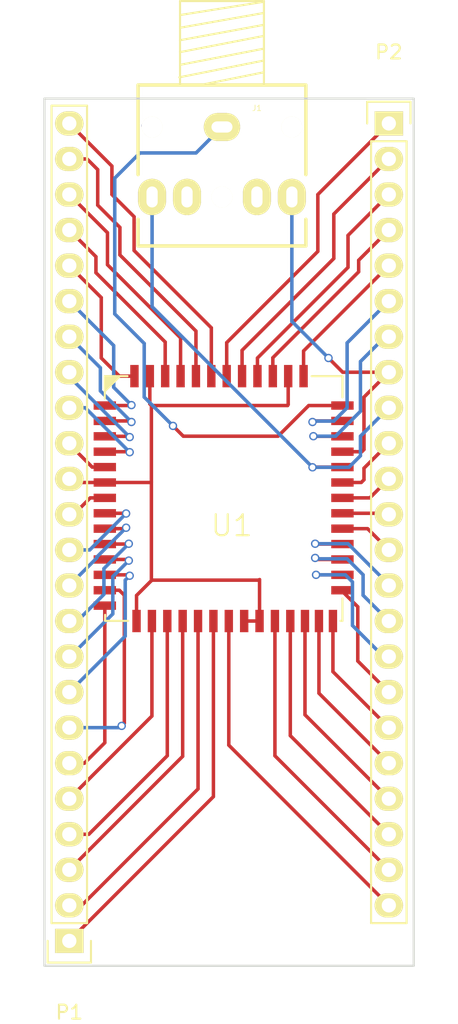
<source format=kicad_pcb>
(kicad_pcb (version 20160815) (host pcbnew 4.1.0-alpha+201608211231+7083~46~ubuntu16.04.1-product)

  (general
    (links 56)
    (no_connects 1)
    (area 66.011667 62.098999 99.088334 135.7325)
    (thickness 1.6)
    (drawings 4)
    (tracks 241)
    (zones 0)
    (modules 4)
    (nets 48)
  )

  (page A4)
  (layers
    (0 F.Cu signal)
    (31 B.Cu signal)
    (32 B.Adhes user)
    (33 F.Adhes user)
    (34 B.Paste user)
    (35 F.Paste user)
    (36 B.SilkS user)
    (37 F.SilkS user)
    (38 B.Mask user)
    (39 F.Mask user)
    (40 Dwgs.User user)
    (41 Cmts.User user)
    (42 Eco1.User user)
    (43 Eco2.User user)
    (44 Edge.Cuts user)
    (45 Margin user)
    (46 B.CrtYd user)
    (47 F.CrtYd user)
    (48 B.Fab user)
    (49 F.Fab user)
  )

  (setup
    (last_trace_width 0.25)
    (trace_clearance 0.2)
    (zone_clearance 0.508)
    (zone_45_only no)
    (trace_min 0.2)
    (segment_width 0.2)
    (edge_width 0.15)
    (via_size 0.6)
    (via_drill 0.4)
    (via_min_size 0.4)
    (via_min_drill 0.3)
    (uvia_size 0.3)
    (uvia_drill 0.1)
    (uvias_allowed no)
    (uvia_min_size 0.2)
    (uvia_min_drill 0.1)
    (pcb_text_width 0.3)
    (pcb_text_size 1.5 1.5)
    (mod_edge_width 0.15)
    (mod_text_size 1 1)
    (mod_text_width 0.15)
    (pad_size 1.524 1.524)
    (pad_drill 0.762)
    (pad_to_mask_clearance 0.2)
    (aux_axis_origin 0 0)
    (visible_elements FFFFFF7F)
    (pcbplotparams
      (layerselection 0x00030_80000001)
      (usegerberextensions false)
      (excludeedgelayer true)
      (linewidth 1.000000)
      (plotframeref false)
      (viasonmask false)
      (mode 1)
      (useauxorigin false)
      (hpglpennumber 1)
      (hpglpenspeed 20)
      (hpglpendiameter 15)
      (psnegative false)
      (psa4output false)
      (plotreference true)
      (plotvalue true)
      (plotinvisibletext false)
      (padsonsilk false)
      (subtractmaskfromsilk false)
      (outputformat 4)
      (mirror false)
      (drillshape 0)
      (scaleselection 1)
      (outputdirectory /home/nail/tmp/plot/))
  )

  (net 0 "")
  (net 1 "Net-(P1-Pad1)")
  (net 2 "Net-(P1-Pad2)")
  (net 3 "Net-(P1-Pad3)")
  (net 4 "Net-(P1-Pad4)")
  (net 5 "Net-(P1-Pad5)")
  (net 6 "Net-(P1-Pad6)")
  (net 7 "Net-(P1-Pad7)")
  (net 8 "Net-(P1-Pad8)")
  (net 9 "Net-(P1-Pad9)")
  (net 10 "Net-(P1-Pad10)")
  (net 11 "Net-(P1-Pad11)")
  (net 12 "Net-(P1-Pad12)")
  (net 13 "Net-(P1-Pad13)")
  (net 14 "Net-(P1-Pad15)")
  (net 15 "Net-(P1-Pad16)")
  (net 16 "Net-(P1-Pad17)")
  (net 17 "Net-(P1-Pad18)")
  (net 18 "Net-(P1-Pad19)")
  (net 19 "Net-(P1-Pad20)")
  (net 20 "Net-(P1-Pad21)")
  (net 21 "Net-(P1-Pad22)")
  (net 22 "Net-(P1-Pad23)")
  (net 23 "Net-(P1-Pad24)")
  (net 24 "Net-(P2-Pad1)")
  (net 25 "Net-(P2-Pad2)")
  (net 26 "Net-(P2-Pad3)")
  (net 27 "Net-(P2-Pad4)")
  (net 28 "Net-(P2-Pad5)")
  (net 29 "Net-(P2-Pad6)")
  (net 30 "Net-(P2-Pad7)")
  (net 31 "Net-(P2-Pad10)")
  (net 32 "Net-(P2-Pad11)")
  (net 33 "Net-(P2-Pad12)")
  (net 34 "Net-(P2-Pad13)")
  (net 35 "Net-(P2-Pad14)")
  (net 36 "Net-(P2-Pad15)")
  (net 37 "Net-(P2-Pad16)")
  (net 38 "Net-(P2-Pad17)")
  (net 39 "Net-(P2-Pad18)")
  (net 40 "Net-(P2-Pad19)")
  (net 41 "Net-(P2-Pad20)")
  (net 42 "Net-(P2-Pad21)")
  (net 43 "Net-(P2-Pad22)")
  (net 44 "Net-(P2-Pad23)")
  (net 45 "Net-(J1-Pad1)")
  (net 46 "Net-(J1-Pad2)")
  (net 47 "Net-(J1-Pad5)")

  (net_class Default "This is the default net class."
    (clearance 0.2)
    (trace_width 0.25)
    (via_dia 0.6)
    (via_drill 0.4)
    (uvia_dia 0.3)
    (uvia_drill 0.1)
    (diff_pair_gap 0.25)
    (diff_pair_width 0.2)
    (add_net "Net-(J1-Pad1)")
    (add_net "Net-(J1-Pad2)")
    (add_net "Net-(J1-Pad5)")
    (add_net "Net-(P1-Pad1)")
    (add_net "Net-(P1-Pad10)")
    (add_net "Net-(P1-Pad11)")
    (add_net "Net-(P1-Pad12)")
    (add_net "Net-(P1-Pad13)")
    (add_net "Net-(P1-Pad15)")
    (add_net "Net-(P1-Pad16)")
    (add_net "Net-(P1-Pad17)")
    (add_net "Net-(P1-Pad18)")
    (add_net "Net-(P1-Pad19)")
    (add_net "Net-(P1-Pad2)")
    (add_net "Net-(P1-Pad20)")
    (add_net "Net-(P1-Pad21)")
    (add_net "Net-(P1-Pad22)")
    (add_net "Net-(P1-Pad23)")
    (add_net "Net-(P1-Pad24)")
    (add_net "Net-(P1-Pad3)")
    (add_net "Net-(P1-Pad4)")
    (add_net "Net-(P1-Pad5)")
    (add_net "Net-(P1-Pad6)")
    (add_net "Net-(P1-Pad7)")
    (add_net "Net-(P1-Pad8)")
    (add_net "Net-(P1-Pad9)")
    (add_net "Net-(P2-Pad1)")
    (add_net "Net-(P2-Pad10)")
    (add_net "Net-(P2-Pad11)")
    (add_net "Net-(P2-Pad12)")
    (add_net "Net-(P2-Pad13)")
    (add_net "Net-(P2-Pad14)")
    (add_net "Net-(P2-Pad15)")
    (add_net "Net-(P2-Pad16)")
    (add_net "Net-(P2-Pad17)")
    (add_net "Net-(P2-Pad18)")
    (add_net "Net-(P2-Pad19)")
    (add_net "Net-(P2-Pad2)")
    (add_net "Net-(P2-Pad20)")
    (add_net "Net-(P2-Pad21)")
    (add_net "Net-(P2-Pad22)")
    (add_net "Net-(P2-Pad23)")
    (add_net "Net-(P2-Pad3)")
    (add_net "Net-(P2-Pad4)")
    (add_net "Net-(P2-Pad5)")
    (add_net "Net-(P2-Pad6)")
    (add_net "Net-(P2-Pad7)")
  )

  (module Pin_Headers:Pin_Header_Straight_1x24 (layer F.Cu) (tedit 0) (tstamp 55EEC136)
    (at 71.12 129.54 180)
    (descr "Through hole pin header")
    (tags "pin header")
    (path /55EEB34C)
    (fp_text reference P1 (at 0 -5.1 180) (layer F.SilkS)
      (effects (font (size 1 1) (thickness 0.15)))
    )
    (fp_text value CONN_01X24 (at 0 -3.1 180) (layer F.Fab)
      (effects (font (size 1 1) (thickness 0.15)))
    )
    (fp_line (start -1.75 -1.75) (end -1.75 60.2) (layer F.CrtYd) (width 0.05))
    (fp_line (start 1.75 -1.75) (end 1.75 60.2) (layer F.CrtYd) (width 0.05))
    (fp_line (start -1.75 -1.75) (end 1.75 -1.75) (layer F.CrtYd) (width 0.05))
    (fp_line (start -1.75 60.2) (end 1.75 60.2) (layer F.CrtYd) (width 0.05))
    (fp_line (start 1.27 1.27) (end 1.27 59.69) (layer F.SilkS) (width 0.15))
    (fp_line (start -1.27 1.27) (end -1.27 59.69) (layer F.SilkS) (width 0.15))
    (fp_line (start -1.27 59.69) (end 1.27 59.69) (layer F.SilkS) (width 0.15))
    (fp_line (start 1.55 -1.55) (end 1.55 0) (layer F.SilkS) (width 0.15))
    (fp_line (start 1.27 1.27) (end -1.27 1.27) (layer F.SilkS) (width 0.15))
    (fp_line (start -1.55 0) (end -1.55 -1.55) (layer F.SilkS) (width 0.15))
    (fp_line (start -1.55 -1.55) (end 1.55 -1.55) (layer F.SilkS) (width 0.15))
    (pad 1 thru_hole rect (at 0 0 180) (size 2.032 1.7272) (drill 1.016) (layers *.Cu *.Mask F.SilkS)
      (net 1 "Net-(P1-Pad1)"))
    (pad 2 thru_hole oval (at 0 2.54 180) (size 2.032 1.7272) (drill 1.016) (layers *.Cu *.Mask F.SilkS)
      (net 2 "Net-(P1-Pad2)"))
    (pad 3 thru_hole oval (at 0 5.08 180) (size 2.032 1.7272) (drill 1.016) (layers *.Cu *.Mask F.SilkS)
      (net 3 "Net-(P1-Pad3)"))
    (pad 4 thru_hole oval (at 0 7.62 180) (size 2.032 1.7272) (drill 1.016) (layers *.Cu *.Mask F.SilkS)
      (net 4 "Net-(P1-Pad4)"))
    (pad 5 thru_hole oval (at 0 10.16 180) (size 2.032 1.7272) (drill 1.016) (layers *.Cu *.Mask F.SilkS)
      (net 5 "Net-(P1-Pad5)"))
    (pad 6 thru_hole oval (at 0 12.7 180) (size 2.032 1.7272) (drill 1.016) (layers *.Cu *.Mask F.SilkS)
      (net 6 "Net-(P1-Pad6)"))
    (pad 7 thru_hole oval (at 0 15.24 180) (size 2.032 1.7272) (drill 1.016) (layers *.Cu *.Mask F.SilkS)
      (net 7 "Net-(P1-Pad7)"))
    (pad 8 thru_hole oval (at 0 17.78 180) (size 2.032 1.7272) (drill 1.016) (layers *.Cu *.Mask F.SilkS)
      (net 8 "Net-(P1-Pad8)"))
    (pad 9 thru_hole oval (at 0 20.32 180) (size 2.032 1.7272) (drill 1.016) (layers *.Cu *.Mask F.SilkS)
      (net 9 "Net-(P1-Pad9)"))
    (pad 10 thru_hole oval (at 0 22.86 180) (size 2.032 1.7272) (drill 1.016) (layers *.Cu *.Mask F.SilkS)
      (net 10 "Net-(P1-Pad10)"))
    (pad 11 thru_hole oval (at 0 25.4 180) (size 2.032 1.7272) (drill 1.016) (layers *.Cu *.Mask F.SilkS)
      (net 11 "Net-(P1-Pad11)"))
    (pad 12 thru_hole oval (at 0 27.94 180) (size 2.032 1.7272) (drill 1.016) (layers *.Cu *.Mask F.SilkS)
      (net 12 "Net-(P1-Pad12)"))
    (pad 13 thru_hole oval (at 0 30.48 180) (size 2.032 1.7272) (drill 1.016) (layers *.Cu *.Mask F.SilkS)
      (net 13 "Net-(P1-Pad13)"))
    (pad 14 thru_hole oval (at 0 33.02 180) (size 2.032 1.7272) (drill 1.016) (layers *.Cu *.Mask F.SilkS)
      (net 45 "Net-(J1-Pad1)"))
    (pad 15 thru_hole oval (at 0 35.56 180) (size 2.032 1.7272) (drill 1.016) (layers *.Cu *.Mask F.SilkS)
      (net 14 "Net-(P1-Pad15)"))
    (pad 16 thru_hole oval (at 0 38.1 180) (size 2.032 1.7272) (drill 1.016) (layers *.Cu *.Mask F.SilkS)
      (net 15 "Net-(P1-Pad16)"))
    (pad 17 thru_hole oval (at 0 40.64 180) (size 2.032 1.7272) (drill 1.016) (layers *.Cu *.Mask F.SilkS)
      (net 16 "Net-(P1-Pad17)"))
    (pad 18 thru_hole oval (at 0 43.18 180) (size 2.032 1.7272) (drill 1.016) (layers *.Cu *.Mask F.SilkS)
      (net 17 "Net-(P1-Pad18)"))
    (pad 19 thru_hole oval (at 0 45.72 180) (size 2.032 1.7272) (drill 1.016) (layers *.Cu *.Mask F.SilkS)
      (net 18 "Net-(P1-Pad19)"))
    (pad 20 thru_hole oval (at 0 48.26 180) (size 2.032 1.7272) (drill 1.016) (layers *.Cu *.Mask F.SilkS)
      (net 19 "Net-(P1-Pad20)"))
    (pad 21 thru_hole oval (at 0 50.8 180) (size 2.032 1.7272) (drill 1.016) (layers *.Cu *.Mask F.SilkS)
      (net 20 "Net-(P1-Pad21)"))
    (pad 22 thru_hole oval (at 0 53.34 180) (size 2.032 1.7272) (drill 1.016) (layers *.Cu *.Mask F.SilkS)
      (net 21 "Net-(P1-Pad22)"))
    (pad 23 thru_hole oval (at 0 55.88 180) (size 2.032 1.7272) (drill 1.016) (layers *.Cu *.Mask F.SilkS)
      (net 22 "Net-(P1-Pad23)"))
    (pad 24 thru_hole oval (at 0 58.42 180) (size 2.032 1.7272) (drill 1.016) (layers *.Cu *.Mask F.SilkS)
      (net 23 "Net-(P1-Pad24)"))
    (model Pin_Headers.3dshapes/Pin_Header_Straight_1x24.wrl
      (at (xyz 0 -1.15 0))
      (scale (xyz 1 1 1))
      (rotate (xyz 0 0 90))
    )
  )

  (module Pin_Headers:Pin_Header_Straight_1x23 (layer F.Cu) (tedit 0) (tstamp 55EEC151)
    (at 93.98 71.12)
    (descr "Through hole pin header")
    (tags "pin header")
    (path /55EEB79C)
    (fp_text reference P2 (at 0 -5.1) (layer F.SilkS)
      (effects (font (size 1 1) (thickness 0.15)))
    )
    (fp_text value CONN_01X23 (at 0 -3.1) (layer F.Fab)
      (effects (font (size 1 1) (thickness 0.15)))
    )
    (fp_line (start -1.75 -1.75) (end -1.75 57.65) (layer F.CrtYd) (width 0.05))
    (fp_line (start 1.75 -1.75) (end 1.75 57.65) (layer F.CrtYd) (width 0.05))
    (fp_line (start -1.75 -1.75) (end 1.75 -1.75) (layer F.CrtYd) (width 0.05))
    (fp_line (start -1.75 57.65) (end 1.75 57.65) (layer F.CrtYd) (width 0.05))
    (fp_line (start -1.27 1.27) (end -1.27 57.15) (layer F.SilkS) (width 0.15))
    (fp_line (start -1.27 57.15) (end 1.27 57.15) (layer F.SilkS) (width 0.15))
    (fp_line (start 1.27 57.15) (end 1.27 1.27) (layer F.SilkS) (width 0.15))
    (fp_line (start 1.55 -1.55) (end 1.55 0) (layer F.SilkS) (width 0.15))
    (fp_line (start 1.27 1.27) (end -1.27 1.27) (layer F.SilkS) (width 0.15))
    (fp_line (start -1.55 0) (end -1.55 -1.55) (layer F.SilkS) (width 0.15))
    (fp_line (start -1.55 -1.55) (end 1.55 -1.55) (layer F.SilkS) (width 0.15))
    (pad 1 thru_hole rect (at 0 0) (size 2.032 1.7272) (drill 1.016) (layers *.Cu *.Mask F.SilkS)
      (net 24 "Net-(P2-Pad1)"))
    (pad 2 thru_hole oval (at 0 2.54) (size 2.032 1.7272) (drill 1.016) (layers *.Cu *.Mask F.SilkS)
      (net 25 "Net-(P2-Pad2)"))
    (pad 3 thru_hole oval (at 0 5.08) (size 2.032 1.7272) (drill 1.016) (layers *.Cu *.Mask F.SilkS)
      (net 26 "Net-(P2-Pad3)"))
    (pad 4 thru_hole oval (at 0 7.62) (size 2.032 1.7272) (drill 1.016) (layers *.Cu *.Mask F.SilkS)
      (net 27 "Net-(P2-Pad4)"))
    (pad 5 thru_hole oval (at 0 10.16) (size 2.032 1.7272) (drill 1.016) (layers *.Cu *.Mask F.SilkS)
      (net 28 "Net-(P2-Pad5)"))
    (pad 6 thru_hole oval (at 0 12.7) (size 2.032 1.7272) (drill 1.016) (layers *.Cu *.Mask F.SilkS)
      (net 29 "Net-(P2-Pad6)"))
    (pad 7 thru_hole oval (at 0 15.24) (size 2.032 1.7272) (drill 1.016) (layers *.Cu *.Mask F.SilkS)
      (net 30 "Net-(P2-Pad7)"))
    (pad 8 thru_hole oval (at 0 17.78) (size 2.032 1.7272) (drill 1.016) (layers *.Cu *.Mask F.SilkS)
      (net 46 "Net-(J1-Pad2)"))
    (pad 9 thru_hole oval (at 0 20.32) (size 2.032 1.7272) (drill 1.016) (layers *.Cu *.Mask F.SilkS)
      (net 47 "Net-(J1-Pad5)"))
    (pad 10 thru_hole oval (at 0 22.86) (size 2.032 1.7272) (drill 1.016) (layers *.Cu *.Mask F.SilkS)
      (net 31 "Net-(P2-Pad10)"))
    (pad 11 thru_hole oval (at 0 25.4) (size 2.032 1.7272) (drill 1.016) (layers *.Cu *.Mask F.SilkS)
      (net 32 "Net-(P2-Pad11)"))
    (pad 12 thru_hole oval (at 0 27.94) (size 2.032 1.7272) (drill 1.016) (layers *.Cu *.Mask F.SilkS)
      (net 33 "Net-(P2-Pad12)"))
    (pad 13 thru_hole oval (at 0 30.48) (size 2.032 1.7272) (drill 1.016) (layers *.Cu *.Mask F.SilkS)
      (net 34 "Net-(P2-Pad13)"))
    (pad 14 thru_hole oval (at 0 33.02) (size 2.032 1.7272) (drill 1.016) (layers *.Cu *.Mask F.SilkS)
      (net 35 "Net-(P2-Pad14)"))
    (pad 15 thru_hole oval (at 0 35.56) (size 2.032 1.7272) (drill 1.016) (layers *.Cu *.Mask F.SilkS)
      (net 36 "Net-(P2-Pad15)"))
    (pad 16 thru_hole oval (at 0 38.1) (size 2.032 1.7272) (drill 1.016) (layers *.Cu *.Mask F.SilkS)
      (net 37 "Net-(P2-Pad16)"))
    (pad 17 thru_hole oval (at 0 40.64) (size 2.032 1.7272) (drill 1.016) (layers *.Cu *.Mask F.SilkS)
      (net 38 "Net-(P2-Pad17)"))
    (pad 18 thru_hole oval (at 0 43.18) (size 2.032 1.7272) (drill 1.016) (layers *.Cu *.Mask F.SilkS)
      (net 39 "Net-(P2-Pad18)"))
    (pad 19 thru_hole oval (at 0 45.72) (size 2.032 1.7272) (drill 1.016) (layers *.Cu *.Mask F.SilkS)
      (net 40 "Net-(P2-Pad19)"))
    (pad 20 thru_hole oval (at 0 48.26) (size 2.032 1.7272) (drill 1.016) (layers *.Cu *.Mask F.SilkS)
      (net 41 "Net-(P2-Pad20)"))
    (pad 21 thru_hole oval (at 0 50.8) (size 2.032 1.7272) (drill 1.016) (layers *.Cu *.Mask F.SilkS)
      (net 42 "Net-(P2-Pad21)"))
    (pad 22 thru_hole oval (at 0 53.34) (size 2.032 1.7272) (drill 1.016) (layers *.Cu *.Mask F.SilkS)
      (net 43 "Net-(P2-Pad22)"))
    (pad 23 thru_hole oval (at 0 55.88) (size 2.032 1.7272) (drill 1.016) (layers *.Cu *.Mask F.SilkS)
      (net 44 "Net-(P2-Pad23)"))
    (model Pin_Headers.3dshapes/Pin_Header_Straight_1x23.wrl
      (at (xyz 0 -1.1 0))
      (scale (xyz 1 1 1))
      (rotate (xyz 0 0 90))
    )
  )

  (module my_modules:SOYO-BT24G03 (layer F.Cu) (tedit 558AC2DE) (tstamp 55EEC18A)
    (at 73.66 106.68)
    (descr 12)
    (path /55EEB2F0)
    (fp_text reference U1 (at 9.08 -6.82) (layer F.SilkS)
      (effects (font (size 1.5 1.5) (thickness 0.15)))
    )
    (fp_text value SOYO-BT24G03 (at 8.62 -8.99) (layer F.Fab)
      (effects (font (size 1.1 1.1) (thickness 0.1)))
    )
    (fp_line (start 0.02 -16.6) (end 0.88 -17.45) (layer F.SilkS) (width 0.15))
    (fp_line (start 0.06 -17.35) (end 0.16 -17.43) (layer F.SilkS) (width 0.15))
    (fp_line (start 0.26 -17.44) (end 0.06 -17.26) (layer F.SilkS) (width 0.15))
    (fp_line (start 0.01 -17.05) (end 0.43 -17.47) (layer F.SilkS) (width 0.15))
    (fp_line (start 0.61 -17.47) (end 0.05 -16.92) (layer F.SilkS) (width 0.15))
    (fp_line (start 0.03 -16.76) (end 0.72 -17.44) (layer F.SilkS) (width 0.15))
    (fp_line (start 0 -16.42) (end 1.04 -17.46) (layer F.SilkS) (width 0.15))
    (fp_line (start 1.62 -17.5) (end 0 -17.5) (layer F.SilkS) (width 0.15))
    (fp_line (start 0 -17.5) (end 0 -15.9) (layer F.SilkS) (width 0.15))
    (fp_line (start 17 -15.98) (end 17 -17.5) (layer F.SilkS) (width 0.15))
    (fp_line (start 17 -17.5) (end 14.8 -17.5) (layer F.SilkS) (width 0.15))
    (fp_line (start 16.86 -0.01) (end 17 -0.01) (layer F.SilkS) (width 0.15))
    (fp_line (start 17 -0.01) (end 17 -1.62) (layer F.SilkS) (width 0.15))
    (fp_line (start 0.02 -0.44) (end 0.02 -0.01) (layer F.SilkS) (width 0.15))
    (fp_line (start 0.02 -0.01) (end 1.68 -0.01) (layer F.SilkS) (width 0.15))
    (pad 39 smd rect (at 14.22 -17.5) (size 0.6 1.6) (layers F.Cu F.Paste F.Mask)
      (net 28 "Net-(P2-Pad5)"))
    (pad 40 smd rect (at 13.12 -17.5) (size 0.6 1.6) (layers F.Cu F.Paste F.Mask)
      (net 45 "Net-(J1-Pad1)"))
    (pad 41 smd rect (at 12.02 -17.5) (size 0.6 1.6) (layers F.Cu F.Paste F.Mask)
      (net 27 "Net-(P2-Pad4)"))
    (pad 42 smd rect (at 10.92 -17.5) (size 0.6 1.6) (layers F.Cu F.Paste F.Mask)
      (net 26 "Net-(P2-Pad3)"))
    (pad 43 smd rect (at 9.82 -17.5) (size 0.6 1.6) (layers F.Cu F.Paste F.Mask)
      (net 25 "Net-(P2-Pad2)"))
    (pad 44 smd rect (at 8.72 -17.5) (size 0.6 1.6) (layers F.Cu F.Paste F.Mask)
      (net 24 "Net-(P2-Pad1)"))
    (pad 45 smd rect (at 7.62 -17.5) (size 0.6 1.6) (layers F.Cu F.Paste F.Mask)
      (net 23 "Net-(P1-Pad24)"))
    (pad 46 smd rect (at 6.52 -17.5) (size 0.6 1.6) (layers F.Cu F.Paste F.Mask)
      (net 22 "Net-(P1-Pad23)"))
    (pad 47 smd rect (at 5.42 -17.5) (size 0.6 1.6) (layers F.Cu F.Paste F.Mask)
      (net 21 "Net-(P1-Pad22)"))
    (pad 48 smd rect (at 4.32 -17.5) (size 0.6 1.6) (layers F.Cu F.Paste F.Mask)
      (net 20 "Net-(P1-Pad21)"))
    (pad 49 smd rect (at 3.22 -17.5) (size 0.6 1.6) (layers F.Cu F.Paste F.Mask)
      (net 45 "Net-(J1-Pad1)"))
    (pad 50 smd rect (at 2.12 -17.5) (size 0.6 1.6) (layers F.Cu F.Paste F.Mask)
      (net 19 "Net-(P1-Pad20)"))
    (pad 52 smd rect (at 16.32 0) (size 0.6 1.6) (layers F.Cu F.Paste F.Mask)
      (net 39 "Net-(P2-Pad18)"))
    (pad 51 smd rect (at 15.32 0) (size 0.6 1.6) (layers F.Cu F.Paste F.Mask)
      (net 40 "Net-(P2-Pad19)"))
    (pad 25 smd rect (at 14.32 0) (size 0.6 1.6) (layers F.Cu F.Paste F.Mask)
      (net 41 "Net-(P2-Pad20)"))
    (pad 24 smd rect (at 13.27 0) (size 0.6 1.6) (layers F.Cu F.Paste F.Mask)
      (net 42 "Net-(P2-Pad21)"))
    (pad 23 smd rect (at 12.17 0) (size 0.6 1.6) (layers F.Cu F.Paste F.Mask)
      (net 43 "Net-(P2-Pad22)"))
    (pad 22 smd rect (at 11.07 0) (size 0.6 1.6) (layers F.Cu F.Paste F.Mask)
      (net 45 "Net-(J1-Pad1)"))
    (pad 21 smd rect (at 9.97 0) (size 0.6 1.6) (layers F.Cu F.Paste F.Mask)
      (net 45 "Net-(J1-Pad1)"))
    (pad 20 smd rect (at 8.87 0) (size 0.6 1.6) (layers F.Cu F.Paste F.Mask)
      (net 44 "Net-(P2-Pad23)"))
    (pad 19 smd rect (at 7.77 0) (size 0.6 1.6) (layers F.Cu F.Paste F.Mask)
      (net 1 "Net-(P1-Pad1)"))
    (pad 18 smd rect (at 6.67 0) (size 0.6 1.6) (layers F.Cu F.Paste F.Mask)
      (net 2 "Net-(P1-Pad2)"))
    (pad 17 smd rect (at 5.57 0) (size 0.6 1.6) (layers F.Cu F.Paste F.Mask)
      (net 3 "Net-(P1-Pad3)"))
    (pad 16 smd rect (at 4.47 0) (size 0.6 1.6) (layers F.Cu F.Paste F.Mask)
      (net 4 "Net-(P1-Pad4)"))
    (pad 15 smd rect (at 3.37 0) (size 0.6 1.6) (layers F.Cu F.Paste F.Mask)
      (net 5 "Net-(P1-Pad5)"))
    (pad 14 smd rect (at 2.27 0) (size 0.6 1.6) (layers F.Cu F.Paste F.Mask)
      (net 45 "Net-(J1-Pad1)"))
    (pad 1 smd rect (at 0 -15.4) (size 1.6 0.6) (layers F.Cu F.Paste F.Mask)
      (net 18 "Net-(P1-Pad19)"))
    (pad 2 smd rect (at 0 -14.3) (size 1.6 0.6) (layers F.Cu F.Paste F.Mask)
      (net 17 "Net-(P1-Pad18)"))
    (pad 3 smd rect (at 0 -13.2) (size 1.6 0.6) (layers F.Cu F.Paste F.Mask)
      (net 16 "Net-(P1-Pad17)"))
    (pad 4 smd rect (at 0 -12.1) (size 1.6 0.6) (layers F.Cu F.Paste F.Mask)
      (net 15 "Net-(P1-Pad16)"))
    (pad 5 smd rect (at 0 -11) (size 1.6 0.6) (layers F.Cu F.Paste F.Mask)
      (net 14 "Net-(P1-Pad15)"))
    (pad 6 smd rect (at 0 -9.9) (size 1.6 0.6) (layers F.Cu F.Paste F.Mask)
      (net 45 "Net-(J1-Pad1)"))
    (pad 7 smd rect (at 0 -8.8) (size 1.6 0.6) (layers F.Cu F.Paste F.Mask)
      (net 13 "Net-(P1-Pad13)"))
    (pad 8 smd rect (at 0 -7.7) (size 1.6 0.6) (layers F.Cu F.Paste F.Mask)
      (net 12 "Net-(P1-Pad12)"))
    (pad 9 smd rect (at 0 -6.6) (size 1.6 0.6) (layers F.Cu F.Paste F.Mask)
      (net 11 "Net-(P1-Pad11)"))
    (pad 10 smd rect (at 0 -5.5) (size 1.6 0.6) (layers F.Cu F.Paste F.Mask)
      (net 10 "Net-(P1-Pad10)"))
    (pad 11 smd rect (at 0 -4.4) (size 1.6 0.6) (layers F.Cu F.Paste F.Mask)
      (net 9 "Net-(P1-Pad9)"))
    (pad 12 smd rect (at 0 -3.3) (size 1.6 0.6) (layers F.Cu F.Paste F.Mask)
      (net 8 "Net-(P1-Pad8)"))
    (pad 13 smd rect (at 0 -2.2) (size 1.6 0.6) (layers F.Cu F.Paste F.Mask)
      (net 7 "Net-(P1-Pad7)"))
    (pad 53 smd rect (at 0 -1.1) (size 1.6 0.6) (layers F.Cu F.Paste F.Mask)
      (net 6 "Net-(P1-Pad6)"))
    (pad 38 smd rect (at 17 -15.4) (size 1.6 0.6) (layers F.Cu F.Paste F.Mask)
      (net 45 "Net-(J1-Pad1)"))
    (pad 37 smd rect (at 17 -14.3) (size 1.6 0.6) (layers F.Cu F.Paste F.Mask)
      (net 29 "Net-(P2-Pad6)"))
    (pad 36 smd rect (at 17 -13.2) (size 1.6 0.6) (layers F.Cu F.Paste F.Mask)
      (net 30 "Net-(P2-Pad7)"))
    (pad 35 smd rect (at 17 -12.1) (size 1.6 0.6) (layers F.Cu F.Paste F.Mask)
      (net 46 "Net-(J1-Pad2)"))
    (pad 34 smd rect (at 17 -11) (size 1.6 0.6) (layers F.Cu F.Paste F.Mask)
      (net 47 "Net-(J1-Pad5)"))
    (pad 33 smd rect (at 17 -9.9) (size 1.6 0.6) (layers F.Cu F.Paste F.Mask)
      (net 31 "Net-(P2-Pad10)"))
    (pad 32 smd rect (at 17 -8.8) (size 1.6 0.6) (layers F.Cu F.Paste F.Mask)
      (net 32 "Net-(P2-Pad11)"))
    (pad 31 smd rect (at 17 -7.7) (size 1.6 0.6) (layers F.Cu F.Paste F.Mask)
      (net 33 "Net-(P2-Pad12)"))
    (pad 30 smd rect (at 17 -6.6) (size 1.6 0.6) (layers F.Cu F.Paste F.Mask)
      (net 34 "Net-(P2-Pad13)"))
    (pad 29 smd rect (at 17 -5.5) (size 1.6 0.6) (layers F.Cu F.Paste F.Mask)
      (net 35 "Net-(P2-Pad14)"))
    (pad 28 smd rect (at 17 -4.4) (size 1.6 0.6) (layers F.Cu F.Paste F.Mask)
      (net 36 "Net-(P2-Pad15)"))
    (pad 27 smd rect (at 17 -3.3) (size 1.6 0.6) (layers F.Cu F.Paste F.Mask)
      (net 37 "Net-(P2-Pad16)"))
    (pad 26 smd rect (at 17 -2.2) (size 1.6 0.6) (layers F.Cu F.Paste F.Mask)
      (net 38 "Net-(P2-Pad17)"))
  )

  (module jacks:3.5mm_stereo_jack_PJ306M (layer F.Cu) (tedit 55784D29) (tstamp 5600F4B1)
    (at 82.042 71.374)
    (path /55EEE911)
    (fp_text reference J1 (at 2.5 -1.35) (layer F.SilkS)
      (effects (font (size 0.39878 0.39878) (thickness 0.0508)))
    )
    (fp_text value jack (at 0 2.35) (layer F.SilkS) hide
      (effects (font (thickness 0.3048)))
    )
    (fp_line (start -1.55 -3) (end 2.95 -3.9) (layer F.SilkS) (width 0.15))
    (fp_line (start 3 -4.75) (end -3.05 -3.55) (layer F.SilkS) (width 0.15))
    (fp_line (start -2.95 -4.45) (end 3 -5.6) (layer F.SilkS) (width 0.15))
    (fp_line (start 2.95 -6.5) (end -3 -5.35) (layer F.SilkS) (width 0.15))
    (fp_line (start -3 -6.2) (end 3 -7.3) (layer F.SilkS) (width 0.15))
    (fp_line (start 3 -8.15) (end -2.95 -7.1) (layer F.SilkS) (width 0.15))
    (fp_line (start 3 -8.95) (end -3 -8) (layer F.SilkS) (width 0.15))
    (fp_line (start -3 -3) (end -3 -9) (layer F.SilkS) (width 0.15))
    (fp_line (start -3 -9) (end 3 -9) (layer F.SilkS) (width 0.15))
    (fp_line (start 3 -9) (end 3 -3) (layer F.SilkS) (width 0.15))
    (fp_line (start -6 3.4) (end -6 -3) (layer F.SilkS) (width 0.25))
    (fp_line (start 6 3.4) (end 6 -3) (layer F.SilkS) (width 0.25))
    (fp_line (start 6 8.5) (end 6 6.6) (layer F.SilkS) (width 0.25))
    (fp_line (start -6 8.5) (end -6 6.6) (layer F.SilkS) (width 0.25))
    (fp_line (start 6 8.5) (end -6 8.5) (layer F.SilkS) (width 0.25))
    (fp_line (start -6 -3) (end 6 -3) (layer F.SilkS) (width 0.25))
    (pad 1 thru_hole oval (at 0 0) (size 2.6 2) (drill oval 1.5 0.8) (layers *.Cu *.Mask F.SilkS)
      (net 45 "Net-(J1-Pad1)"))
    (pad 2 thru_hole oval (at 5 5) (size 2 2.6) (drill oval 0.8 1.5) (layers *.Cu *.Mask F.SilkS)
      (net 46 "Net-(J1-Pad2)"))
    (pad 3 thru_hole oval (at 2.5 5) (size 2 2.6) (drill oval 0.8 1.5) (layers *.Cu *.Mask F.SilkS))
    (pad 5 thru_hole oval (at -5 5) (size 2 2.6) (drill oval 0.8 1.5) (layers *.Cu *.Mask F.SilkS)
      (net 47 "Net-(J1-Pad5)"))
    (pad 4 thru_hole oval (at -2.5 5) (size 2 2.6) (drill oval 0.8 1.5) (layers *.Cu *.Mask F.SilkS))
    (pad "" np_thru_hole circle (at 0 5) (size 1.5 1.5) (drill 1.5) (layers *.Cu *.Mask F.SilkS))
    (pad "" np_thru_hole circle (at 5 0) (size 1.5 1.5) (drill 1.5) (layers *.Cu *.Mask F.SilkS))
    (pad "" np_thru_hole circle (at -5 0) (size 1.5 1.5) (drill 1.5) (layers *.Cu *.Mask F.SilkS))
  )

  (gr_line (start 69.342 131.318) (end 69.342 69.342) (angle 90) (layer Edge.Cuts) (width 0.15))
  (gr_line (start 95.758 69.342) (end 95.758 131.318) (angle 90) (layer Edge.Cuts) (width 0.15))
  (gr_line (start 69.342 69.342) (end 95.758 69.342) (angle 90) (layer Edge.Cuts) (width 0.15))
  (gr_line (start 95.758 131.318) (end 69.342 131.318) (angle 90) (layer Edge.Cuts) (width 0.15))

  (segment (start 76.581 71.3105) (end 76.7715 71.12) (width 0.25) (layer F.Cu) (net 0) (tstamp 55F2974B))
  (via (at 76.581 71.3105) (size 0.6) (drill 0.4) (layers F.Cu B.Cu) (net 0))
  (segment (start 81.43 106.68) (end 81.43 119.23) (width 0.25) (layer F.Cu) (net 1))
  (segment (start 81.43 119.23) (end 71.12 129.54) (width 0.25) (layer F.Cu) (net 1) (tstamp 55F297F2))
  (segment (start 71.12 127) (end 72.009 127) (width 0.25) (layer F.Cu) (net 2))
  (segment (start 72.009 127) (end 80.33 118.679) (width 0.25) (layer F.Cu) (net 2) (tstamp 55F297ED))
  (segment (start 80.33 118.679) (end 80.33 106.68) (width 0.25) (layer F.Cu) (net 2) (tstamp 55F297EE))
  (segment (start 79.23 106.68) (end 79.23 116.35) (width 0.25) (layer F.Cu) (net 3))
  (segment (start 79.23 116.35) (end 71.12 124.46) (width 0.25) (layer F.Cu) (net 3) (tstamp 55F297E9))
  (segment (start 71.12 121.92) (end 72.517 121.92) (width 0.25) (layer F.Cu) (net 4))
  (segment (start 78.13 116.307) (end 78.13 106.68) (width 0.25) (layer F.Cu) (net 4) (tstamp 55F297E5))
  (segment (start 72.517 121.92) (end 78.13 116.307) (width 0.25) (layer F.Cu) (net 4) (tstamp 55F297E3))
  (segment (start 77.03 106.68) (end 77.03 113.47) (width 0.25) (layer F.Cu) (net 5))
  (segment (start 77.03 113.47) (end 71.12 119.38) (width 0.25) (layer F.Cu) (net 5) (tstamp 55F297DF))
  (segment (start 71.12 116.84) (end 72.1995 116.84) (width 0.25) (layer F.Cu) (net 6))
  (segment (start 72.1995 116.84) (end 73.66 115.3795) (width 0.25) (layer F.Cu) (net 6) (tstamp 55F297D1))
  (segment (start 73.66 105.58) (end 73.66 115.3795) (width 0.25) (layer F.Cu) (net 6))
  (segment (start 71.12 114.3) (end 74.7395 114.3) (width 0.25) (layer B.Cu) (net 7))
  (segment (start 74.6985 104.48) (end 73.66 104.48) (width 0.25) (layer F.Cu) (net 7) (tstamp 55F297DC))
  (segment (start 75.057 104.8385) (end 74.6985 104.48) (width 0.25) (layer F.Cu) (net 7) (tstamp 55F297DB))
  (segment (start 75.057 113.9825) (end 75.057 104.8385) (width 0.25) (layer F.Cu) (net 7) (tstamp 55F297DA))
  (segment (start 74.8665 114.173) (end 75.057 113.9825) (width 0.25) (layer F.Cu) (net 7) (tstamp 55F297D9))
  (via (at 74.8665 114.173) (size 0.6) (drill 0.4) (layers F.Cu B.Cu) (net 7))
  (segment (start 74.7395 114.3) (end 74.8665 114.173) (width 0.25) (layer B.Cu) (net 7) (tstamp 55F297D7))
  (segment (start 73.66 103.38) (end 75.3765 103.38) (width 0.25) (layer F.Cu) (net 8))
  (segment (start 75.1205 107.7595) (end 71.12 111.76) (width 0.25) (layer B.Cu) (net 8) (tstamp 55F297C8))
  (segment (start 75.1205 103.759) (end 75.1205 107.7595) (width 0.25) (layer B.Cu) (net 8) (tstamp 55F297C7))
  (segment (start 75.438 103.4415) (end 75.1205 103.759) (width 0.25) (layer B.Cu) (net 8) (tstamp 55F297C6))
  (via (at 75.438 103.4415) (size 0.6) (drill 0.4) (layers F.Cu B.Cu) (net 8))
  (segment (start 75.3765 103.38) (end 75.438 103.4415) (width 0.25) (layer F.Cu) (net 8) (tstamp 55F297C4))
  (segment (start 73.66 102.28) (end 75.2925 102.28) (width 0.25) (layer F.Cu) (net 9))
  (segment (start 74.2315 106.172) (end 71.1835 109.22) (width 0.25) (layer B.Cu) (net 9) (tstamp 55F297BF))
  (segment (start 74.2315 103.505) (end 74.2315 106.172) (width 0.25) (layer B.Cu) (net 9) (tstamp 55F297BE))
  (segment (start 75.3745 102.362) (end 74.2315 103.505) (width 0.25) (layer B.Cu) (net 9) (tstamp 55F297BD))
  (via (at 75.3745 102.362) (size 0.6) (drill 0.4) (layers F.Cu B.Cu) (net 9))
  (segment (start 75.2925 102.28) (end 75.3745 102.362) (width 0.25) (layer F.Cu) (net 9) (tstamp 55F297BB))
  (segment (start 71.1835 109.22) (end 71.12 109.22) (width 0.25) (layer B.Cu) (net 9) (tstamp 55F297C1))
  (segment (start 71.12 106.68) (end 71.6915 106.68) (width 0.25) (layer B.Cu) (net 10))
  (segment (start 71.6915 106.68) (end 73.5965 104.775) (width 0.25) (layer B.Cu) (net 10) (tstamp 55F297B1))
  (segment (start 73.5965 104.775) (end 73.5965 102.9335) (width 0.25) (layer B.Cu) (net 10) (tstamp 55F297B2))
  (segment (start 73.5965 102.9335) (end 75.3745 101.1555) (width 0.25) (layer B.Cu) (net 10) (tstamp 55F297B4))
  (via (at 75.3745 101.1555) (size 0.6) (drill 0.4) (layers F.Cu B.Cu) (net 10))
  (segment (start 75.3745 101.1555) (end 75.35 101.18) (width 0.25) (layer F.Cu) (net 10) (tstamp 55F297B7))
  (segment (start 75.35 101.18) (end 73.66 101.18) (width 0.25) (layer F.Cu) (net 10) (tstamp 55F297B8))
  (segment (start 73.66 100.08) (end 75.1165 100.08) (width 0.25) (layer F.Cu) (net 11))
  (segment (start 73.0885 102.1715) (end 71.12 104.14) (width 0.25) (layer B.Cu) (net 11) (tstamp 55F297AE))
  (segment (start 73.0885 102.108) (end 73.0885 102.1715) (width 0.25) (layer B.Cu) (net 11) (tstamp 55F297AC))
  (segment (start 75.184 100.0125) (end 73.0885 102.108) (width 0.25) (layer B.Cu) (net 11) (tstamp 55F297AB))
  (via (at 75.184 100.0125) (size 0.6) (drill 0.4) (layers F.Cu B.Cu) (net 11))
  (segment (start 75.1165 100.08) (end 75.184 100.0125) (width 0.25) (layer F.Cu) (net 11) (tstamp 55F297A9))
  (segment (start 71.12 101.6) (end 72.5805 101.6) (width 0.25) (layer B.Cu) (net 12))
  (segment (start 75.1675 98.98) (end 73.66 98.98) (width 0.25) (layer F.Cu) (net 12) (tstamp 55F297A6))
  (segment (start 75.184 98.9965) (end 75.1675 98.98) (width 0.25) (layer F.Cu) (net 12) (tstamp 55F297A5))
  (via (at 75.184 98.9965) (size 0.6) (drill 0.4) (layers F.Cu B.Cu) (net 12))
  (segment (start 72.5805 101.6) (end 75.184 98.9965) (width 0.25) (layer B.Cu) (net 12) (tstamp 55F297A2))
  (segment (start 71.12 99.06) (end 71.4375 99.06) (width 0.25) (layer F.Cu) (net 13))
  (segment (start 71.4375 99.06) (end 72.6175 97.88) (width 0.25) (layer F.Cu) (net 13) (tstamp 55F2979C))
  (segment (start 72.6175 97.88) (end 73.66 97.88) (width 0.25) (layer F.Cu) (net 13) (tstamp 55F2979D))
  (segment (start 71.12 93.98) (end 71.12 94.0435) (width 0.25) (layer F.Cu) (net 14))
  (segment (start 71.12 94.0435) (end 72.7565 95.68) (width 0.25) (layer F.Cu) (net 14) (tstamp 55F2971D))
  (segment (start 72.7565 95.68) (end 73.66 95.68) (width 0.25) (layer F.Cu) (net 14) (tstamp 55F2971E))
  (segment (start 73.66 94.58) (end 75.403 94.58) (width 0.25) (layer F.Cu) (net 15))
  (segment (start 72.263 91.44) (end 71.12 91.44) (width 0.25) (layer B.Cu) (net 15) (tstamp 55F29724))
  (segment (start 75.438 94.615) (end 72.263 91.44) (width 0.25) (layer B.Cu) (net 15) (tstamp 55F29723))
  (via (at 75.438 94.615) (size 0.6) (drill 0.4) (layers F.Cu B.Cu) (net 15))
  (segment (start 75.403 94.58) (end 75.438 94.615) (width 0.25) (layer F.Cu) (net 15) (tstamp 55F29721))
  (segment (start 73.66 93.48) (end 75.3825 93.48) (width 0.25) (layer F.Cu) (net 16))
  (segment (start 75.438 93.5355) (end 71.12 89.2175) (width 0.25) (layer B.Cu) (net 16) (tstamp 55F2972A))
  (via (at 75.438 93.5355) (size 0.6) (drill 0.4) (layers F.Cu B.Cu) (net 16))
  (segment (start 75.3825 93.48) (end 75.438 93.5355) (width 0.25) (layer F.Cu) (net 16) (tstamp 55F29728))
  (segment (start 71.12 89.2175) (end 71.12 88.9) (width 0.25) (layer B.Cu) (net 16) (tstamp 55F2972B))
  (segment (start 73.66 92.38) (end 75.489 92.38) (width 0.25) (layer F.Cu) (net 17))
  (segment (start 73.3425 88.5825) (end 71.12 86.36) (width 0.25) (layer B.Cu) (net 17) (tstamp 55F29733))
  (segment (start 73.3425 90.2335) (end 73.3425 88.5825) (width 0.25) (layer B.Cu) (net 17) (tstamp 55F29731))
  (segment (start 75.565 92.456) (end 73.3425 90.2335) (width 0.25) (layer B.Cu) (net 17) (tstamp 55F29730))
  (via (at 75.565 92.456) (size 0.6) (drill 0.4) (layers F.Cu B.Cu) (net 17))
  (segment (start 75.489 92.38) (end 75.565 92.456) (width 0.25) (layer F.Cu) (net 17) (tstamp 55F2972E))
  (segment (start 73.66 91.28) (end 75.5345 91.28) (width 0.25) (layer F.Cu) (net 18))
  (segment (start 74.295 86.995) (end 71.12 83.82) (width 0.25) (layer B.Cu) (net 18) (tstamp 55F2973C))
  (segment (start 74.295 89.9795) (end 74.295 86.995) (width 0.25) (layer B.Cu) (net 18) (tstamp 55F2973A))
  (segment (start 75.565 91.2495) (end 74.295 89.9795) (width 0.25) (layer B.Cu) (net 18) (tstamp 55F29739))
  (via (at 75.565 91.2495) (size 0.6) (drill 0.4) (layers F.Cu B.Cu) (net 18))
  (segment (start 75.5345 91.28) (end 75.565 91.2495) (width 0.25) (layer F.Cu) (net 18) (tstamp 55F29737))
  (segment (start 75.78 89.18) (end 74.702 89.18) (width 0.25) (layer F.Cu) (net 19))
  (segment (start 73.406 87.884) (end 73.406 83.566) (width 0.25) (layer F.Cu) (net 19) (tstamp 5600F4D8))
  (segment (start 74.702 89.18) (end 73.406 87.884) (width 0.25) (layer F.Cu) (net 19) (tstamp 5600F4D6))
  (segment (start 73.406 83.566) (end 71.12 81.28) (width 0.25) (layer F.Cu) (net 19) (tstamp 5600F4DC))
  (segment (start 77.98 89.18) (end 77.98 86.743) (width 0.25) (layer F.Cu) (net 20))
  (segment (start 73.025 80.645) (end 71.12 78.74) (width 0.25) (layer F.Cu) (net 20) (tstamp 55F2976E))
  (segment (start 73.025 81.788) (end 73.025 80.645) (width 0.25) (layer F.Cu) (net 20) (tstamp 55F2976C))
  (segment (start 77.98 86.743) (end 73.025 81.788) (width 0.25) (layer F.Cu) (net 20) (tstamp 55F2976A))
  (segment (start 79.08 89.18) (end 79.08 86.446) (width 0.25) (layer F.Cu) (net 21))
  (segment (start 73.8505 81.2165) (end 73.8505 78.9305) (width 0.25) (layer F.Cu) (net 21) (tstamp 55F29774))
  (segment (start 79.08 86.446) (end 73.8505 81.2165) (width 0.25) (layer F.Cu) (net 21) (tstamp 55F29772))
  (segment (start 73.8505 78.9305) (end 71.12 76.2) (width 0.25) (layer F.Cu) (net 21) (tstamp 55F29778))
  (segment (start 71.12 73.66) (end 72.39 73.66) (width 0.25) (layer F.Cu) (net 22))
  (segment (start 73.152 76.962) (end 74.7395 78.5495) (width 0.25) (layer F.Cu) (net 22) (tstamp 5600F4EF))
  (segment (start 73.152 74.422) (end 73.152 76.962) (width 0.25) (layer F.Cu) (net 22) (tstamp 5600F4EE))
  (segment (start 72.39 73.66) (end 73.152 74.422) (width 0.25) (layer F.Cu) (net 22) (tstamp 5600F4ED))
  (segment (start 80.18 89.18) (end 80.18 85.9585) (width 0.25) (layer F.Cu) (net 22))
  (segment (start 74.7395 80.518) (end 74.7395 78.5495) (width 0.25) (layer F.Cu) (net 22) (tstamp 55F2977C))
  (segment (start 80.18 85.9585) (end 74.7395 80.518) (width 0.25) (layer F.Cu) (net 22) (tstamp 55F2977A))
  (segment (start 71.12 71.12) (end 74.168 74.168) (width 0.25) (layer F.Cu) (net 23))
  (segment (start 75.7555 78.232) (end 75.7555 77.7875) (width 0.25) (layer F.Cu) (net 23))
  (segment (start 75.7555 77.7875) (end 74.168 76.2) (width 0.25) (layer F.Cu) (net 23) (tstamp 5600F4F8))
  (segment (start 74.168 76.2) (end 74.168 74.168) (width 0.25) (layer F.Cu) (net 23) (tstamp 5600F4F9))
  (segment (start 81.28 85.725) (end 81.28 89.18) (width 0.25) (layer F.Cu) (net 23) (tstamp 55F29788))
  (segment (start 75.7555 80.2005) (end 81.28 85.725) (width 0.25) (layer F.Cu) (net 23) (tstamp 55F29786))
  (segment (start 75.7555 78.232) (end 75.7555 80.2005) (width 0.25) (layer F.Cu) (net 23) (tstamp 5600F4F6))
  (segment (start 82.38 89.18) (end 82.38 86.784) (width 0.25) (layer F.Cu) (net 24))
  (segment (start 88.9 80.264) (end 88.9 76.2) (width 0.25) (layer F.Cu) (net 24) (tstamp 55F29832))
  (segment (start 82.38 86.784) (end 88.9 80.264) (width 0.25) (layer F.Cu) (net 24) (tstamp 55F29830))
  (segment (start 88.9 76.2) (end 93.98 71.12) (width 0.25) (layer F.Cu) (net 24) (tstamp 55F29836))
  (segment (start 83.48 89.18) (end 83.48 87.335) (width 0.25) (layer F.Cu) (net 25))
  (segment (start 90.043 80.772) (end 90.043 77.597) (width 0.25) (layer F.Cu) (net 25) (tstamp 55F2982A))
  (segment (start 83.48 87.335) (end 90.043 80.772) (width 0.25) (layer F.Cu) (net 25) (tstamp 55F29828))
  (segment (start 90.043 77.597) (end 93.98 73.66) (width 0.25) (layer F.Cu) (net 25) (tstamp 55F2982E))
  (segment (start 84.58 89.18) (end 84.58 87.886) (width 0.25) (layer F.Cu) (net 26))
  (segment (start 91.059 81.407) (end 91.059 79.121) (width 0.25) (layer F.Cu) (net 26) (tstamp 55F29822))
  (segment (start 84.58 87.886) (end 91.059 81.407) (width 0.25) (layer F.Cu) (net 26) (tstamp 55F29820))
  (segment (start 91.059 79.121) (end 93.98 76.2) (width 0.25) (layer F.Cu) (net 26) (tstamp 55F29826))
  (segment (start 85.68 89.18) (end 85.68 87.8655) (width 0.25) (layer F.Cu) (net 27))
  (segment (start 91.821 80.899) (end 93.98 78.74) (width 0.25) (layer F.Cu) (net 27) (tstamp 55F2981D))
  (segment (start 91.821 81.7245) (end 91.821 80.899) (width 0.25) (layer F.Cu) (net 27) (tstamp 55F2981B))
  (segment (start 85.68 87.8655) (end 91.821 81.7245) (width 0.25) (layer F.Cu) (net 27) (tstamp 55F29819))
  (segment (start 93.98 78.74) (end 93.7895 78.74) (width 0.25) (layer F.Cu) (net 27))
  (segment (start 87.88 89.18) (end 87.88 87.38) (width 0.25) (layer F.Cu) (net 28))
  (segment (start 87.88 87.38) (end 93.98 81.28) (width 0.25) (layer F.Cu) (net 28) (tstamp 55F296DC))
  (segment (start 90.66 92.38) (end 88.595 92.38) (width 0.25) (layer F.Cu) (net 29))
  (segment (start 90.9955 86.8045) (end 93.98 83.82) (width 0.25) (layer B.Cu) (net 29) (tstamp 55F296D4))
  (segment (start 90.9955 91.44) (end 90.9955 86.8045) (width 0.25) (layer B.Cu) (net 29) (tstamp 55F296D3))
  (segment (start 90.043 92.3925) (end 90.9955 91.44) (width 0.25) (layer B.Cu) (net 29) (tstamp 55F296D1))
  (segment (start 88.5825 92.3925) (end 90.043 92.3925) (width 0.25) (layer B.Cu) (net 29) (tstamp 55F296D0))
  (segment (start 88.519 92.456) (end 88.5825 92.3925) (width 0.25) (layer B.Cu) (net 29) (tstamp 55F296CF))
  (via (at 88.519 92.456) (size 0.6) (drill 0.4) (layers F.Cu B.Cu) (net 29))
  (segment (start 88.595 92.38) (end 88.519 92.456) (width 0.25) (layer F.Cu) (net 29) (tstamp 55F296CD))
  (segment (start 93.98 86.36) (end 93.726 86.36) (width 0.25) (layer B.Cu) (net 30))
  (segment (start 93.726 86.36) (end 91.948 88.138) (width 0.25) (layer B.Cu) (net 30) (tstamp 55F296C1))
  (segment (start 91.948 88.138) (end 91.948 91.694) (width 0.25) (layer B.Cu) (net 30) (tstamp 55F296C2))
  (segment (start 91.948 91.694) (end 90.17 93.472) (width 0.25) (layer B.Cu) (net 30) (tstamp 55F296C4))
  (segment (start 90.17 93.472) (end 88.5825 93.472) (width 0.25) (layer B.Cu) (net 30) (tstamp 55F296C6))
  (via (at 88.5825 93.472) (size 0.6) (drill 0.4) (layers F.Cu B.Cu) (net 30))
  (segment (start 88.5825 93.472) (end 88.5905 93.48) (width 0.25) (layer F.Cu) (net 30) (tstamp 55F296C9))
  (segment (start 88.5905 93.48) (end 90.66 93.48) (width 0.25) (layer F.Cu) (net 30) (tstamp 55F296CA))
  (segment (start 90.66 96.78) (end 92.0055 96.78) (width 0.25) (layer F.Cu) (net 31))
  (segment (start 92.202 95.758) (end 93.98 93.98) (width 0.25) (layer F.Cu) (net 31) (tstamp 55F296AF))
  (segment (start 92.202 96.5835) (end 92.202 95.758) (width 0.25) (layer F.Cu) (net 31) (tstamp 55F296AE))
  (segment (start 92.0055 96.78) (end 92.202 96.5835) (width 0.25) (layer F.Cu) (net 31) (tstamp 55F296AD))
  (segment (start 90.66 97.88) (end 92.62 97.88) (width 0.25) (layer F.Cu) (net 32))
  (segment (start 92.62 97.88) (end 93.98 96.52) (width 0.25) (layer F.Cu) (net 32) (tstamp 55F29666))
  (segment (start 90.66 98.98) (end 93.9 98.98) (width 0.25) (layer F.Cu) (net 33))
  (segment (start 93.9 98.98) (end 93.98 99.06) (width 0.25) (layer F.Cu) (net 33) (tstamp 55F2966A))
  (segment (start 90.66 100.08) (end 92.46 100.08) (width 0.25) (layer F.Cu) (net 34))
  (segment (start 92.46 100.08) (end 93.98 101.6) (width 0.25) (layer F.Cu) (net 34) (tstamp 55F2966D))
  (segment (start 93.98 104.14) (end 93.98 104.0765) (width 0.25) (layer B.Cu) (net 35))
  (segment (start 93.98 104.0765) (end 91.059 101.1555) (width 0.25) (layer B.Cu) (net 35) (tstamp 55F29681))
  (segment (start 91.059 101.1555) (end 88.7095 101.1555) (width 0.25) (layer B.Cu) (net 35) (tstamp 55F29682))
  (via (at 88.7095 101.1555) (size 0.6) (drill 0.4) (layers F.Cu B.Cu) (net 35))
  (segment (start 88.7095 101.1555) (end 88.734 101.18) (width 0.25) (layer F.Cu) (net 35) (tstamp 55F29685))
  (segment (start 88.734 101.18) (end 90.66 101.18) (width 0.25) (layer F.Cu) (net 35) (tstamp 55F29686))
  (segment (start 90.66 102.28) (end 88.818 102.28) (width 0.25) (layer F.Cu) (net 36))
  (segment (start 92.1385 104.8385) (end 93.98 106.68) (width 0.25) (layer B.Cu) (net 36) (tstamp 55F29691))
  (segment (start 92.1385 103.378) (end 92.1385 104.8385) (width 0.25) (layer B.Cu) (net 36) (tstamp 55F2968F))
  (segment (start 90.9955 102.235) (end 92.1385 103.378) (width 0.25) (layer B.Cu) (net 36) (tstamp 55F2968D))
  (segment (start 88.773 102.235) (end 90.9955 102.235) (width 0.25) (layer B.Cu) (net 36) (tstamp 55F2968C))
  (segment (start 88.7095 102.1715) (end 88.773 102.235) (width 0.25) (layer B.Cu) (net 36) (tstamp 55F2968B))
  (via (at 88.7095 102.1715) (size 0.6) (drill 0.4) (layers F.Cu B.Cu) (net 36))
  (segment (start 88.818 102.28) (end 88.7095 102.1715) (width 0.25) (layer F.Cu) (net 36) (tstamp 55F29689))
  (segment (start 93.98 109.22) (end 93.599 109.22) (width 0.25) (layer B.Cu) (net 37))
  (segment (start 93.599 109.22) (end 91.3765 106.9975) (width 0.25) (layer B.Cu) (net 37) (tstamp 55F29695))
  (segment (start 91.3765 106.9975) (end 91.3765 103.886) (width 0.25) (layer B.Cu) (net 37) (tstamp 55F29696))
  (segment (start 91.3765 103.886) (end 90.8685 103.378) (width 0.25) (layer B.Cu) (net 37) (tstamp 55F29698))
  (segment (start 90.8685 103.378) (end 88.773 103.378) (width 0.25) (layer B.Cu) (net 37) (tstamp 55F29699))
  (via (at 88.773 103.378) (size 0.6) (drill 0.4) (layers F.Cu B.Cu) (net 37))
  (segment (start 88.773 103.378) (end 88.775 103.38) (width 0.25) (layer F.Cu) (net 37) (tstamp 55F2969B))
  (segment (start 88.775 103.38) (end 90.66 103.38) (width 0.25) (layer F.Cu) (net 37) (tstamp 55F2969C))
  (segment (start 90.66 104.48) (end 90.66 104.5665) (width 0.25) (layer F.Cu) (net 38))
  (segment (start 90.66 104.5665) (end 91.7575 105.664) (width 0.25) (layer F.Cu) (net 38) (tstamp 55F296A6))
  (segment (start 91.7575 105.664) (end 91.7575 109.5375) (width 0.25) (layer F.Cu) (net 38) (tstamp 55F296A7))
  (segment (start 91.7575 109.5375) (end 93.98 111.76) (width 0.25) (layer F.Cu) (net 38) (tstamp 55F296A9))
  (segment (start 89.98 106.68) (end 89.98 110.3) (width 0.25) (layer F.Cu) (net 39))
  (segment (start 89.98 110.3) (end 93.98 114.3) (width 0.25) (layer F.Cu) (net 39) (tstamp 55F2980C))
  (segment (start 88.98 106.68) (end 88.98 111.84) (width 0.25) (layer F.Cu) (net 40))
  (segment (start 88.98 111.84) (end 93.98 116.84) (width 0.25) (layer F.Cu) (net 40) (tstamp 55F29808))
  (segment (start 87.98 106.68) (end 87.98 113.38) (width 0.25) (layer F.Cu) (net 41))
  (segment (start 87.98 113.38) (end 93.98 119.38) (width 0.25) (layer F.Cu) (net 41) (tstamp 55F29804))
  (segment (start 86.93 106.68) (end 86.93 114.87) (width 0.25) (layer F.Cu) (net 42))
  (segment (start 86.93 114.87) (end 93.98 121.92) (width 0.25) (layer F.Cu) (net 42) (tstamp 55F29800))
  (segment (start 85.83 106.68) (end 85.83 116.31) (width 0.25) (layer F.Cu) (net 43))
  (segment (start 85.83 116.31) (end 93.98 124.46) (width 0.25) (layer F.Cu) (net 43) (tstamp 55F297FC))
  (segment (start 82.53 106.68) (end 82.53 115.55) (width 0.25) (layer F.Cu) (net 44))
  (segment (start 82.53 115.55) (end 93.98 127) (width 0.25) (layer F.Cu) (net 44) (tstamp 55F297F6))
  (segment (start 90.66 91.28) (end 88.2472 91.28) (width 0.25) (layer F.Cu) (net 45) (status 400000))
  (segment (start 80.1878 73.2282) (end 82.042 71.374) (width 0.25) (layer B.Cu) (net 45) (tstamp 57E8C4F3) (status 800000))
  (segment (start 76.1746 73.2282) (end 80.1878 73.2282) (width 0.25) (layer B.Cu) (net 45) (tstamp 57E8C4F1))
  (segment (start 74.3712 75.0316) (end 76.1746 73.2282) (width 0.25) (layer B.Cu) (net 45) (tstamp 57E8C4EF))
  (segment (start 74.3712 84.7344) (end 74.3712 75.0316) (width 0.25) (layer B.Cu) (net 45) (tstamp 57E8C4ED))
  (segment (start 76.4794 86.8426) (end 74.3712 84.7344) (width 0.25) (layer B.Cu) (net 45) (tstamp 57E8C4EB))
  (segment (start 76.4794 90.678) (end 76.4794 86.8426) (width 0.25) (layer B.Cu) (net 45) (tstamp 57E8C4E9))
  (segment (start 78.5368 92.7354) (end 76.4794 90.678) (width 0.25) (layer B.Cu) (net 45) (tstamp 57E8C4E8))
  (via (at 78.5368 92.7354) (size 0.6) (drill 0.4) (layers F.Cu B.Cu) (net 45))
  (segment (start 79.2734 93.472) (end 78.5368 92.7354) (width 0.25) (layer F.Cu) (net 45) (tstamp 57E8C4E4))
  (segment (start 86.0552 93.472) (end 79.2734 93.472) (width 0.25) (layer F.Cu) (net 45) (tstamp 57E8C4E2))
  (segment (start 88.2472 91.28) (end 86.0552 93.472) (width 0.25) (layer F.Cu) (net 45) (tstamp 57E8C4DF))
  (segment (start 83.63 106.68) (end 84.73 106.68) (width 0.25) (layer F.Cu) (net 45))
  (segment (start 84.73 106.68) (end 84.73 103.7165) (width 0.25) (layer F.Cu) (net 45))
  (segment (start 84.6875 103.759) (end 76.9925 103.759) (width 0.25) (layer F.Cu) (net 45) (tstamp 55F29797))
  (segment (start 84.73 103.7165) (end 84.6875 103.759) (width 0.25) (layer F.Cu) (net 45) (tstamp 55F29796))
  (segment (start 76.9925 96.7435) (end 76.9925 103.759) (width 0.25) (layer F.Cu) (net 45))
  (segment (start 76.9925 103.759) (end 76.9925 103.792) (width 0.25) (layer F.Cu) (net 45) (tstamp 55F2979A))
  (segment (start 75.93 104.8545) (end 75.93 106.68) (width 0.25) (layer F.Cu) (net 45) (tstamp 55F2978E))
  (segment (start 76.9925 103.792) (end 75.93 104.8545) (width 0.25) (layer F.Cu) (net 45) (tstamp 55F2978C))
  (segment (start 73.66 96.78) (end 71.38 96.78) (width 0.25) (layer F.Cu) (net 45))
  (segment (start 71.38 96.78) (end 71.12 96.52) (width 0.25) (layer F.Cu) (net 45) (tstamp 55F2971A))
  (segment (start 76.9925 91.28) (end 76.9925 96.7435) (width 0.25) (layer F.Cu) (net 45))
  (segment (start 76.956 96.78) (end 73.66 96.78) (width 0.25) (layer F.Cu) (net 45) (tstamp 55F29717))
  (segment (start 76.9925 96.7435) (end 76.956 96.78) (width 0.25) (layer F.Cu) (net 45) (tstamp 55F29716))
  (segment (start 86.741 91.28) (end 76.9925 91.28) (width 0.25) (layer F.Cu) (net 45))
  (segment (start 76.88 91.1675) (end 76.88 89.18) (width 0.25) (layer F.Cu) (net 45) (tstamp 55F29712))
  (segment (start 76.9925 91.28) (end 76.88 91.1675) (width 0.25) (layer F.Cu) (net 45) (tstamp 55F29711))
  (segment (start 86.741 91.28) (end 86.708 91.28) (width 0.25) (layer F.Cu) (net 45) (tstamp 55F2970F))
  (segment (start 86.78 91.208) (end 86.78 89.18) (width 0.25) (layer F.Cu) (net 45) (tstamp 55F296D9))
  (segment (start 86.708 91.28) (end 86.78 91.208) (width 0.25) (layer F.Cu) (net 45) (tstamp 55F296D8))
  (segment (start 93.98 88.9) (end 90.678 88.9) (width 0.25) (layer F.Cu) (net 46))
  (segment (start 87.042 85.264) (end 87.042 76.374) (width 0.25) (layer B.Cu) (net 46) (tstamp 5600F51C))
  (segment (start 89.662 87.884) (end 87.042 85.264) (width 0.25) (layer B.Cu) (net 46) (tstamp 5600F51B))
  (via (at 89.662 87.884) (size 0.6) (drill 0.4) (layers F.Cu B.Cu) (net 46))
  (segment (start 90.678 88.9) (end 89.662 87.884) (width 0.25) (layer F.Cu) (net 46) (tstamp 5600F518))
  (segment (start 90.66 94.58) (end 92.0465 94.58) (width 0.25) (layer F.Cu) (net 46))
  (segment (start 92.202 90.678) (end 93.98 88.9) (width 0.25) (layer F.Cu) (net 46) (tstamp 55F296B4))
  (segment (start 92.202 94.4245) (end 92.202 90.678) (width 0.25) (layer F.Cu) (net 46) (tstamp 55F296B3))
  (segment (start 92.0465 94.58) (end 92.202 94.4245) (width 0.25) (layer F.Cu) (net 46) (tstamp 55F296B2))
  (segment (start 77.042 76.374) (end 77.042 84.2175) (width 0.25) (layer B.Cu) (net 47))
  (segment (start 77.042 84.2175) (end 88.519 95.6945) (width 0.25) (layer B.Cu) (net 47) (tstamp 5600F521))
  (segment (start 90.66 95.68) (end 88.5335 95.68) (width 0.25) (layer F.Cu) (net 47))
  (segment (start 91.948 93.472) (end 93.98 91.44) (width 0.25) (layer B.Cu) (net 47) (tstamp 55F296BD))
  (segment (start 91.948 94.869) (end 91.948 93.472) (width 0.25) (layer B.Cu) (net 47) (tstamp 55F296BC))
  (segment (start 91.1225 95.6945) (end 91.948 94.869) (width 0.25) (layer B.Cu) (net 47) (tstamp 55F296BB))
  (segment (start 88.519 95.6945) (end 91.1225 95.6945) (width 0.25) (layer B.Cu) (net 47) (tstamp 55F296BA))
  (via (at 88.519 95.6945) (size 0.6) (drill 0.4) (layers F.Cu B.Cu) (net 47))
  (segment (start 88.5335 95.68) (end 88.519 95.6945) (width 0.25) (layer F.Cu) (net 47) (tstamp 55F296B8))

)

</source>
